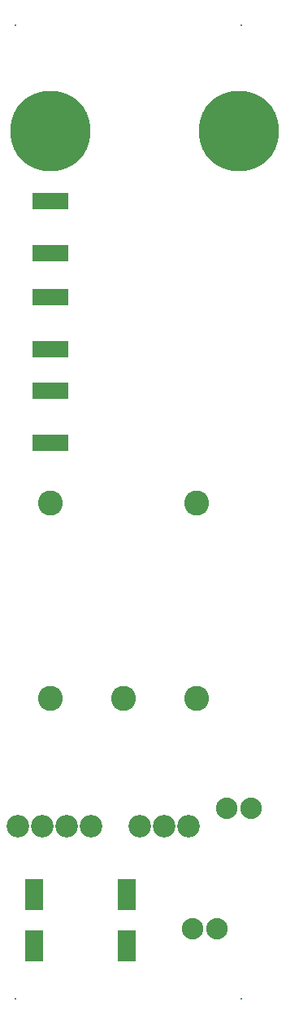
<source format=gts>
G04*
G04 #@! TF.GenerationSoftware,Altium Limited,Altium Designer,18.1.6 (161)*
G04*
G04 Layer_Color=8388736*
%FSLAX25Y25*%
%MOIN*%
G70*
G01*
G75*
%ADD15R,0.14580X0.07099*%
%ADD16R,0.07296X0.13005*%
%ADD17C,0.10249*%
%ADD18C,0.08800*%
%ADD19C,0.09265*%
%ADD20C,0.00800*%
%ADD21C,0.32926*%
D15*
X32992Y320079D02*
D03*
Y341339D02*
D03*
Y280709D02*
D03*
Y301969D02*
D03*
Y242402D02*
D03*
Y263661D02*
D03*
D16*
X64130Y57221D02*
D03*
Y36158D02*
D03*
X26130Y57221D02*
D03*
Y36158D02*
D03*
D17*
X32992Y137795D02*
D03*
X62992D02*
D03*
X92992D02*
D03*
Y217795D02*
D03*
X32992D02*
D03*
D18*
X105130Y92689D02*
D03*
X115130D02*
D03*
X101130Y43189D02*
D03*
X91130D02*
D03*
D19*
X19630Y85189D02*
D03*
X29630D02*
D03*
X39630D02*
D03*
X49630D02*
D03*
X69630D02*
D03*
X79630D02*
D03*
X89630D02*
D03*
D20*
X111130Y413386D02*
D03*
X18630D02*
D03*
X111130Y14689D02*
D03*
X18630D02*
D03*
D21*
X32992Y370079D02*
D03*
X110236D02*
D03*
M02*

</source>
